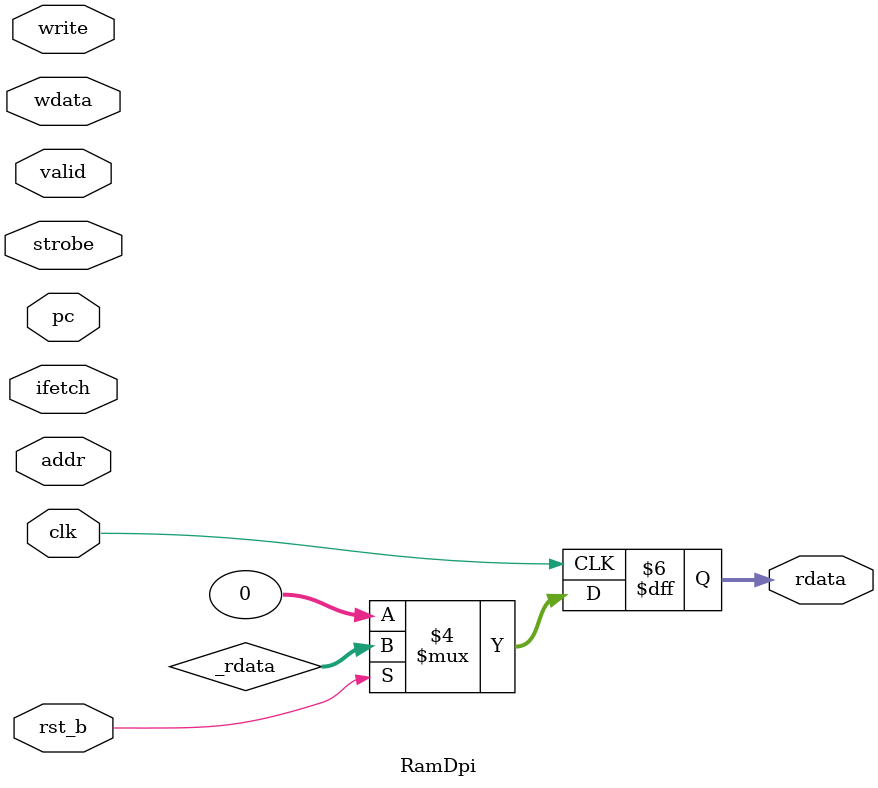
<source format=sv>
/* ------------------------------------------------------------------------------------------------
 * Copyright (c) 2023. Heqing Huang (feipenghhq@gmail.com)
 *
 * Project: NPC
 * Author: Heqing Huang
 * Date Created: 06/22/2024
 *
 * ------------------------------------------------------------------------------------------------
 * RamDpi: Ram using verilog dpi
 * ------------------------------------------------------------------------------------------------
 */

module RamDpi #(
    parameter XLEN      = 32
) (
    input  logic                clk,
    input  logic                rst_b,
    input  logic                ifetch, // for traceing
    input  logic [XLEN-1:0]     pc,     // for traceing
    input  logic                valid,
    input  logic                write,
    input  logic [XLEN-1:0]     addr,
    input  logic [XLEN/8-1:0]   strobe,
    input  logic [XLEN-1:0]     wdata,
    output logic [XLEN-1:0]     rdata
);

    logic [XLEN-1:0] _rdata;

    // Delay one clock cycle for read data to mimic synchronous ram
    always @(posedge clk) begin
        if (!rst_b) rdata <= 0;
        else rdata <= _rdata;
    end

    // -------------------------------------------
    // _Verilator DPI
    // -------------------------------------------
    `ifdef VERILATOR

        import "DPI-C" function void dpi_pmem_read(input int pc, input int addr, output int rdata, input bit ifetch);
        import "DPI-C" function void dpi_pmem_write(input int pc, input int addr, input int wdata, input byte strobe);

        // data memory write, we should only invoke the DPI function at the end of the clock
        // this is because once we call the function, the value in the C/C++ variable will change
        // immediately, but the data should really be written to memory at the end of the clock
        always @(posedge clk) begin
            if (valid && rst_b) begin
                if (write) begin
                    dpi_pmem_write(pc, addr, wdata, {4'b0, strobe});
                end
            end
        end

        // data memory read, read takes 0 cycle for single cycle core we should read combinationally
        // Another thing is we want to make only ONE call to dpi_pmem_read otherwise we will mess up
        // with the memory trace function (same memory read will be traced multiple time)
        // NOTE: We need to make sure that in verilator the new cycle start with clock being high!!!
        always @(clk) begin
            _rdata = 0;
            if (!clk && valid && !write && rst_b) begin
                dpi_pmem_read(pc, addr, _rdata, ifetch);
            end
        end

    `endif

endmodule
</source>
